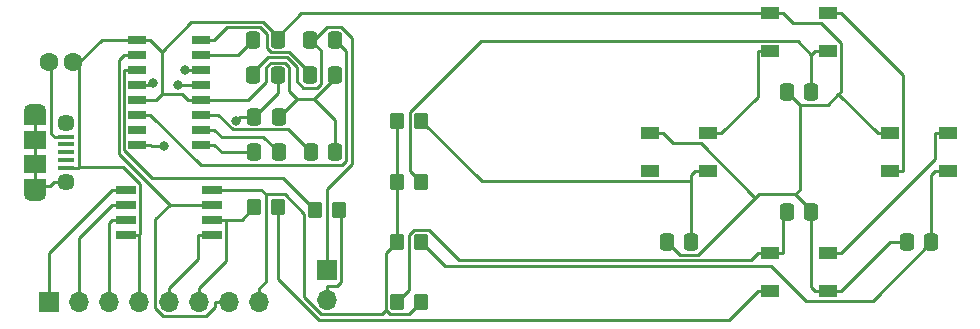
<source format=gbr>
%TF.GenerationSoftware,KiCad,Pcbnew,(6.0.7)*%
%TF.CreationDate,2022-09-13T21:36:05-06:00*%
%TF.ProjectId,attiny_rfid_light,61747469-6e79-45f7-9266-69645f6c6967,rev?*%
%TF.SameCoordinates,Original*%
%TF.FileFunction,Copper,L1,Top*%
%TF.FilePolarity,Positive*%
%FSLAX46Y46*%
G04 Gerber Fmt 4.6, Leading zero omitted, Abs format (unit mm)*
G04 Created by KiCad (PCBNEW (6.0.7)) date 2022-09-13 21:36:05*
%MOMM*%
%LPD*%
G01*
G04 APERTURE LIST*
G04 Aperture macros list*
%AMRoundRect*
0 Rectangle with rounded corners*
0 $1 Rounding radius*
0 $2 $3 $4 $5 $6 $7 $8 $9 X,Y pos of 4 corners*
0 Add a 4 corners polygon primitive as box body*
4,1,4,$2,$3,$4,$5,$6,$7,$8,$9,$2,$3,0*
0 Add four circle primitives for the rounded corners*
1,1,$1+$1,$2,$3*
1,1,$1+$1,$4,$5*
1,1,$1+$1,$6,$7*
1,1,$1+$1,$8,$9*
0 Add four rect primitives between the rounded corners*
20,1,$1+$1,$2,$3,$4,$5,0*
20,1,$1+$1,$4,$5,$6,$7,0*
20,1,$1+$1,$6,$7,$8,$9,0*
20,1,$1+$1,$8,$9,$2,$3,0*%
G04 Aperture macros list end*
%TA.AperFunction,SMDPad,CuDef*%
%ADD10R,1.700000X0.650000*%
%TD*%
%TA.AperFunction,SMDPad,CuDef*%
%ADD11RoundRect,0.250000X-0.350000X-0.450000X0.350000X-0.450000X0.350000X0.450000X-0.350000X0.450000X0*%
%TD*%
%TA.AperFunction,SMDPad,CuDef*%
%ADD12RoundRect,0.250000X0.350000X0.450000X-0.350000X0.450000X-0.350000X-0.450000X0.350000X-0.450000X0*%
%TD*%
%TA.AperFunction,ComponentPad*%
%ADD13R,1.700000X1.700000*%
%TD*%
%TA.AperFunction,ComponentPad*%
%ADD14O,1.700000X1.700000*%
%TD*%
%TA.AperFunction,SMDPad,CuDef*%
%ADD15R,1.350000X0.400000*%
%TD*%
%TA.AperFunction,SMDPad,CuDef*%
%ADD16R,1.900000X1.500000*%
%TD*%
%TA.AperFunction,SMDPad,CuDef*%
%ADD17R,1.900000X1.200000*%
%TD*%
%TA.AperFunction,ComponentPad*%
%ADD18O,1.900000X1.200000*%
%TD*%
%TA.AperFunction,ComponentPad*%
%ADD19C,1.450000*%
%TD*%
%TA.AperFunction,SMDPad,CuDef*%
%ADD20R,1.550000X0.650000*%
%TD*%
%TA.AperFunction,SMDPad,CuDef*%
%ADD21R,1.500000X1.000000*%
%TD*%
%TA.AperFunction,SMDPad,CuDef*%
%ADD22RoundRect,0.250000X-0.337500X-0.475000X0.337500X-0.475000X0.337500X0.475000X-0.337500X0.475000X0*%
%TD*%
%TA.AperFunction,ComponentPad*%
%ADD23C,1.600000*%
%TD*%
%TA.AperFunction,SMDPad,CuDef*%
%ADD24RoundRect,0.250000X0.337500X0.475000X-0.337500X0.475000X-0.337500X-0.475000X0.337500X-0.475000X0*%
%TD*%
%TA.AperFunction,ViaPad*%
%ADD25C,0.800000*%
%TD*%
%TA.AperFunction,Conductor*%
%ADD26C,0.250000*%
%TD*%
G04 APERTURE END LIST*
D10*
%TO.P,U1,1,~{RESET}/PB5*%
%TO.N,Net-(J_DEBUG1-Pad1)*%
X80170000Y-89535000D03*
%TO.P,U1,2,XTAL1/PB3*%
%TO.N,Net-(J_DEBUG1-Pad2)*%
X80170000Y-90805000D03*
%TO.P,U1,3,XTAL2/PB4*%
%TO.N,Net-(J_DEBUG1-Pad3)*%
X80170000Y-92075000D03*
%TO.P,U1,4,GND*%
%TO.N,GND*%
X80170000Y-93345000D03*
%TO.P,U1,5,AREF/PB0*%
%TO.N,Net-(J_DEBUG1-Pad5)*%
X87470000Y-93345000D03*
%TO.P,U1,6,PB1*%
%TO.N,Net-(R_1-Pad1)*%
X87470000Y-92075000D03*
%TO.P,U1,7,PB2*%
%TO.N,Net-(J_DEBUG1-Pad7)*%
X87470000Y-90805000D03*
%TO.P,U1,8,VCC*%
%TO.N,+5V*%
X87470000Y-89535000D03*
%TD*%
D11*
%TO.P,R_ANT1,2*%
%TO.N,Net-(R_ANT1-Pad2)*%
X98196500Y-91267400D03*
%TO.P,R_ANT1,1*%
%TO.N,Net-(R_ANT1-Pad1)*%
X96196500Y-91267400D03*
%TD*%
%TO.P,R_5,1*%
%TO.N,+5V*%
X103131600Y-83697900D03*
%TO.P,R_5,2*%
%TO.N,Net-(R_5-Pad2)*%
X105131600Y-83697900D03*
%TD*%
%TO.P,R_4,1*%
%TO.N,+5V*%
X103140000Y-88900000D03*
%TO.P,R_4,2*%
%TO.N,Net-(R_4-Pad2)*%
X105140000Y-88900000D03*
%TD*%
%TO.P,R_3,1*%
%TO.N,+5V*%
X103140000Y-93980000D03*
%TO.P,R_3,2*%
%TO.N,Net-(R_3-Pad2)*%
X105140000Y-93980000D03*
%TD*%
D12*
%TO.P,R_2,1*%
%TO.N,+5V*%
X105140000Y-99060000D03*
%TO.P,R_2,2*%
%TO.N,Net-(R_2-Pad2)*%
X103140000Y-99060000D03*
%TD*%
D11*
%TO.P,R_1,1*%
%TO.N,Net-(R_1-Pad1)*%
X91042200Y-90988900D03*
%TO.P,R_1,2*%
%TO.N,Net-(R_1-Pad2)*%
X93042200Y-90988900D03*
%TD*%
D13*
%TO.P,L_ANT1,1,1*%
%TO.N,Net-(C_DV1-Pad1)*%
X97196500Y-96347400D03*
D14*
%TO.P,L_ANT1,2,2*%
%TO.N,Net-(R_ANT1-Pad2)*%
X97196500Y-98887400D03*
%TD*%
D15*
%TO.P,J_POWER1,1,VBUS*%
%TO.N,+5V*%
X75122500Y-85060000D03*
%TO.P,J_POWER1,2,D-*%
%TO.N,unconnected-(J_POWER1-Pad2)*%
X75122500Y-85710000D03*
%TO.P,J_POWER1,3,D+*%
%TO.N,unconnected-(J_POWER1-Pad3)*%
X75122500Y-86360000D03*
%TO.P,J_POWER1,4,ID*%
%TO.N,unconnected-(J_POWER1-Pad4)*%
X75122500Y-87010000D03*
%TO.P,J_POWER1,5,GND*%
%TO.N,GND*%
X75122500Y-87660000D03*
D16*
%TO.P,J_POWER1,6,Shield*%
%TO.N,unconnected-(J_POWER1-Pad6)*%
X72422500Y-85360000D03*
D17*
X72422500Y-89260000D03*
D18*
X72422500Y-89860000D03*
D19*
X75122500Y-83860000D03*
D18*
X72422500Y-82860000D03*
D17*
X72422500Y-83460000D03*
D19*
X75122500Y-88860000D03*
D16*
X72422500Y-87360000D03*
%TD*%
D13*
%TO.P,J_DEBUG1,1,Pin_1*%
%TO.N,Net-(J_DEBUG1-Pad1)*%
X73660000Y-99060000D03*
D14*
%TO.P,J_DEBUG1,2,Pin_2*%
%TO.N,Net-(J_DEBUG1-Pad2)*%
X76200000Y-99060000D03*
%TO.P,J_DEBUG1,3,Pin_3*%
%TO.N,Net-(J_DEBUG1-Pad3)*%
X78740000Y-99060000D03*
%TO.P,J_DEBUG1,4,Pin_4*%
%TO.N,GND*%
X81280000Y-99060000D03*
%TO.P,J_DEBUG1,5,Pin_5*%
%TO.N,Net-(J_DEBUG1-Pad5)*%
X83820000Y-99060000D03*
%TO.P,J_DEBUG1,6,Pin_6*%
%TO.N,Net-(R_1-Pad1)*%
X86360000Y-99060000D03*
%TO.P,J_DEBUG1,7,Pin_7*%
%TO.N,Net-(J_DEBUG1-Pad7)*%
X88900000Y-99060000D03*
%TO.P,J_DEBUG1,8,Pin_8*%
%TO.N,+5V*%
X91440000Y-99060000D03*
%TD*%
D20*
%TO.P,IC1,1,VSS*%
%TO.N,GND*%
X81095000Y-76835000D03*
%TO.P,IC1,2,RDY/CLK*%
%TO.N,Net-(J_DEBUG1-Pad7)*%
X81095000Y-78105000D03*
%TO.P,IC1,3,ANT1*%
%TO.N,Net-(R_ANT1-Pad1)*%
X81095000Y-79375000D03*
%TO.P,IC1,4,DVDD*%
%TO.N,+5V*%
X81095000Y-80645000D03*
%TO.P,IC1,5,DVSS*%
%TO.N,GND*%
X81095000Y-81915000D03*
%TO.P,IC1,6,ANT2*%
%TO.N,Net-(C_RES1-Pad2)*%
X81095000Y-83185000D03*
%TO.P,IC1,7,VDD*%
%TO.N,unconnected-(IC1-Pad7)*%
X81095000Y-84455000D03*
%TO.P,IC1,8,DEMOD_IN*%
%TO.N,Net-(C_DV1-Pad2)*%
X81095000Y-85725000D03*
%TO.P,IC1,9,CDEC_OUT*%
%TO.N,Net-(C_DEC1-Pad1)*%
X86545000Y-85725000D03*
%TO.P,IC1,10,CDEC_IN*%
%TO.N,Net-(C_DEC1-Pad2)*%
X86545000Y-84455000D03*
%TO.P,IC1,11,AGND*%
%TO.N,Net-(C_AGND1-Pad1)*%
X86545000Y-83185000D03*
%TO.P,IC1,12,MOD*%
%TO.N,GND*%
X86545000Y-81915000D03*
%TO.P,IC1,13,DEMOD_OUT*%
%TO.N,Net-(J_DEBUG1-Pad2)*%
X86545000Y-80645000D03*
%TO.P,IC1,14,SHD*%
%TO.N,Net-(J_DEBUG1-Pad3)*%
X86545000Y-79375000D03*
%TO.P,IC1,15,FCAP*%
%TO.N,Net-(C_FCAP1-Pad1)*%
X86545000Y-78105000D03*
%TO.P,IC1,16,DC2*%
%TO.N,Net-(C_DC2-Pad1)*%
X86545000Y-76835000D03*
%TD*%
D21*
%TO.P,D4,1,VDD*%
%TO.N,GND*%
X124550000Y-84760000D03*
%TO.P,D4,2,DOUT*%
%TO.N,unconnected-(D4-Pad2)*%
X124550000Y-87960000D03*
%TO.P,D4,3,VSS*%
%TO.N,Net-(R_5-Pad2)*%
X129450000Y-87960000D03*
%TO.P,D4,4,DIN*%
%TO.N,Net-(D3-Pad2)*%
X129450000Y-84760000D03*
%TD*%
%TO.P,D3,1,VDD*%
%TO.N,GND*%
X134710000Y-74600000D03*
%TO.P,D3,2,DOUT*%
%TO.N,Net-(D3-Pad2)*%
X134710000Y-77800000D03*
%TO.P,D3,3,VSS*%
%TO.N,Net-(R_4-Pad2)*%
X139610000Y-77800000D03*
%TO.P,D3,4,DIN*%
%TO.N,Net-(D2-Pad2)*%
X139610000Y-74600000D03*
%TD*%
%TO.P,D2,1,VDD*%
%TO.N,GND*%
X144870000Y-84760000D03*
%TO.P,D2,2,DOUT*%
%TO.N,Net-(D2-Pad2)*%
X144870000Y-87960000D03*
%TO.P,D2,3,VSS*%
%TO.N,Net-(R_3-Pad2)*%
X149770000Y-87960000D03*
%TO.P,D2,4,DIN*%
%TO.N,Net-(D1-Pad2)*%
X149770000Y-84760000D03*
%TD*%
%TO.P,D1,1,VDD*%
%TO.N,GND*%
X139610000Y-98120000D03*
%TO.P,D1,2,DOUT*%
%TO.N,Net-(D1-Pad2)*%
X139610000Y-94920000D03*
%TO.P,D1,3,VSS*%
%TO.N,Net-(R_2-Pad2)*%
X134710000Y-94920000D03*
%TO.P,D1,4,DIN*%
%TO.N,Net-(R_1-Pad2)*%
X134710000Y-98120000D03*
%TD*%
D22*
%TO.P,C_RES1,2*%
%TO.N,Net-(C_RES1-Pad2)*%
X97826900Y-76832200D03*
%TO.P,C_RES1,1*%
%TO.N,Net-(C_DV1-Pad1)*%
X95751900Y-76832200D03*
%TD*%
%TO.P,C_FCAP1,2*%
%TO.N,GND*%
X93016900Y-76832200D03*
%TO.P,C_FCAP1,1*%
%TO.N,Net-(C_FCAP1-Pad1)*%
X90941900Y-76832200D03*
%TD*%
%TO.P,C_DV2,1*%
%TO.N,Net-(C_DV1-Pad2)*%
X91012500Y-83350000D03*
%TO.P,C_DV2,2*%
%TO.N,GND*%
X93087500Y-83350000D03*
%TD*%
%TO.P,C_DV1,2*%
%TO.N,Net-(C_DV1-Pad2)*%
X93016900Y-79842200D03*
%TO.P,C_DV1,1*%
%TO.N,Net-(C_DV1-Pad1)*%
X90941900Y-79842200D03*
%TD*%
%TO.P,C_DEC1,1*%
%TO.N,Net-(C_DEC1-Pad1)*%
X91012500Y-86360000D03*
%TO.P,C_DEC1,2*%
%TO.N,Net-(C_DEC1-Pad2)*%
X93087500Y-86360000D03*
%TD*%
%TO.P,C_DC2,1*%
%TO.N,Net-(C_DC2-Pad1)*%
X95750500Y-79838900D03*
%TO.P,C_DC2,2*%
%TO.N,GND*%
X97825500Y-79838900D03*
%TD*%
D23*
%TO.P,C_Big1,1*%
%TO.N,+5V*%
X73660000Y-78740000D03*
%TO.P,C_Big1,2*%
%TO.N,GND*%
X75660000Y-78740000D03*
%TD*%
D22*
%TO.P,C_AGND1,1*%
%TO.N,Net-(C_AGND1-Pad1)*%
X95822500Y-86360000D03*
%TO.P,C_AGND1,2*%
%TO.N,GND*%
X97897500Y-86360000D03*
%TD*%
%TO.P,C4,1*%
%TO.N,GND*%
X125962500Y-93980000D03*
%TO.P,C4,2*%
%TO.N,Net-(R_5-Pad2)*%
X128037500Y-93980000D03*
%TD*%
%TO.P,C3,1*%
%TO.N,GND*%
X136122500Y-81280000D03*
%TO.P,C3,2*%
%TO.N,Net-(R_4-Pad2)*%
X138197500Y-81280000D03*
%TD*%
%TO.P,C2,1*%
%TO.N,GND*%
X146282500Y-93980000D03*
%TO.P,C2,2*%
%TO.N,Net-(R_3-Pad2)*%
X148357500Y-93980000D03*
%TD*%
D24*
%TO.P,C1,1*%
%TO.N,GND*%
X138197500Y-91440000D03*
%TO.P,C1,2*%
%TO.N,Net-(R_2-Pad2)*%
X136122500Y-91440000D03*
%TD*%
D25*
%TO.N,Net-(J_DEBUG1-Pad3)*%
X85147100Y-79375000D03*
%TO.N,Net-(J_DEBUG1-Pad2)*%
X84573900Y-80667900D03*
%TO.N,Net-(C_DV1-Pad2)*%
X89464000Y-83683100D03*
X83372800Y-85854300D03*
%TO.N,+5V*%
X82471600Y-80525000D03*
%TD*%
D26*
%TO.N,Net-(R_ANT1-Pad1)*%
X93463200Y-88534100D02*
X96196500Y-91267400D01*
X82327000Y-88534100D02*
X93463200Y-88534100D01*
X79994700Y-86201800D02*
X82327000Y-88534100D01*
X79994700Y-79375000D02*
X79994700Y-86201800D01*
X81095000Y-79375000D02*
X79994700Y-79375000D01*
%TO.N,Net-(R_ANT1-Pad2)*%
X98371900Y-91442800D02*
X98196500Y-91267400D01*
X98371900Y-97344700D02*
X98371900Y-91442800D01*
X98004500Y-97712100D02*
X98371900Y-97344700D01*
X97196500Y-97712100D02*
X98004500Y-97712100D01*
X97196500Y-98887400D02*
X97196500Y-97712100D01*
%TO.N,unconnected-(J_POWER1-Pad6)*%
X72422500Y-89860000D02*
X72422500Y-89260000D01*
X74097800Y-88860000D02*
X73697800Y-89260000D01*
X75122500Y-88860000D02*
X74097800Y-88860000D01*
X72422500Y-87360000D02*
X72422500Y-85360000D01*
X72422500Y-89260000D02*
X73060200Y-89260000D01*
X73060200Y-89260000D02*
X73697800Y-89260000D01*
X72422500Y-88622300D02*
X72422500Y-87360000D01*
X73060200Y-89260000D02*
X72422500Y-88622300D01*
X72422500Y-85360000D02*
X72422500Y-83460000D01*
X72422500Y-83460000D02*
X72422500Y-82860000D01*
%TO.N,Net-(R_1-Pad1)*%
X88645300Y-95599400D02*
X88645300Y-92075000D01*
X86360000Y-97884700D02*
X88645300Y-95599400D01*
X86360000Y-99060000D02*
X86360000Y-97884700D01*
X87470000Y-92075000D02*
X88645300Y-92075000D01*
X89956100Y-92075000D02*
X88645300Y-92075000D01*
X91042200Y-90988900D02*
X89956100Y-92075000D01*
%TO.N,Net-(J_DEBUG1-Pad5)*%
X86294700Y-95410000D02*
X86294700Y-93345000D01*
X83820000Y-97884700D02*
X86294700Y-95410000D01*
X83820000Y-99060000D02*
X83820000Y-97884700D01*
X87470000Y-93345000D02*
X86294700Y-93345000D01*
%TO.N,Net-(J_DEBUG1-Pad1)*%
X73660000Y-94869700D02*
X78994700Y-89535000D01*
X73660000Y-99060000D02*
X73660000Y-94869700D01*
X80170000Y-89535000D02*
X78994700Y-89535000D01*
%TO.N,Net-(J_DEBUG1-Pad3)*%
X78740000Y-92329700D02*
X78994700Y-92075000D01*
X78740000Y-99060000D02*
X78740000Y-92329700D01*
X80170000Y-92075000D02*
X78994700Y-92075000D01*
X86545000Y-79375000D02*
X85444700Y-79375000D01*
X85444700Y-79375000D02*
X85147100Y-79375000D01*
%TO.N,Net-(J_DEBUG1-Pad2)*%
X86545000Y-80645000D02*
X85444700Y-80645000D01*
X85421800Y-80667900D02*
X84573900Y-80667900D01*
X85444700Y-80645000D02*
X85421800Y-80667900D01*
X80170000Y-90805000D02*
X78994700Y-90805000D01*
X76200000Y-93599700D02*
X78994700Y-90805000D01*
X76200000Y-99060000D02*
X76200000Y-93599700D01*
%TO.N,Net-(J_DEBUG1-Pad7)*%
X88900000Y-99060000D02*
X87724700Y-99060000D01*
X82644600Y-92013700D02*
X83853300Y-90805000D01*
X82644600Y-99583700D02*
X82644600Y-92013700D01*
X83296200Y-100235300D02*
X82644600Y-99583700D01*
X86916800Y-100235300D02*
X83296200Y-100235300D01*
X87724700Y-99427400D02*
X86916800Y-100235300D01*
X87724700Y-99060000D02*
X87724700Y-99427400D01*
X83853300Y-90805000D02*
X87470000Y-90805000D01*
X81095000Y-78105000D02*
X79994700Y-78105000D01*
X79544400Y-86496100D02*
X83853300Y-90805000D01*
X79544400Y-78555300D02*
X79544400Y-86496100D01*
X79994700Y-78105000D02*
X79544400Y-78555300D01*
%TO.N,Net-(D3-Pad2)*%
X133634700Y-81650600D02*
X130525300Y-84760000D01*
X133634700Y-77800000D02*
X133634700Y-81650600D01*
X134710000Y-77800000D02*
X133634700Y-77800000D01*
X129450000Y-84760000D02*
X130525300Y-84760000D01*
%TO.N,Net-(D2-Pad2)*%
X145945300Y-79860000D02*
X140685300Y-74600000D01*
X145945300Y-87960000D02*
X145945300Y-79860000D01*
X144870000Y-87960000D02*
X145945300Y-87960000D01*
X139610000Y-74600000D02*
X140685300Y-74600000D01*
%TO.N,Net-(R_1-Pad2)*%
X134710000Y-98120000D02*
X133634700Y-98120000D01*
X131213100Y-100541600D02*
X133634700Y-98120000D01*
X96504600Y-100541600D02*
X131213100Y-100541600D01*
X93042200Y-97079200D02*
X96504600Y-100541600D01*
X93042200Y-90988900D02*
X93042200Y-97079200D01*
%TO.N,Net-(D1-Pad2)*%
X148694700Y-86910600D02*
X140685300Y-94920000D01*
X148694700Y-84760000D02*
X148694700Y-86910600D01*
X149770000Y-84760000D02*
X148694700Y-84760000D01*
X139610000Y-94920000D02*
X140685300Y-94920000D01*
%TO.N,Net-(C_RES1-Pad2)*%
X81095000Y-83185000D02*
X82195300Y-83185000D01*
X86482600Y-87472300D02*
X82195300Y-83185000D01*
X98427300Y-87472300D02*
X86482600Y-87472300D01*
X98826000Y-87073600D02*
X98427300Y-87472300D01*
X98826000Y-77831300D02*
X98826000Y-87073600D01*
X97826900Y-76832200D02*
X98826000Y-77831300D01*
%TO.N,Net-(C_FCAP1-Pad1)*%
X89669100Y-78105000D02*
X86545000Y-78105000D01*
X90941900Y-76832200D02*
X89669100Y-78105000D01*
%TO.N,Net-(C_DV1-Pad2)*%
X81095000Y-85725000D02*
X82195300Y-85725000D01*
X93016900Y-81345600D02*
X91012500Y-83350000D01*
X93016900Y-79842200D02*
X93016900Y-81345600D01*
X89797100Y-83350000D02*
X89464000Y-83683100D01*
X91012500Y-83350000D02*
X89797100Y-83350000D01*
X82324600Y-85854300D02*
X83372800Y-85854300D01*
X82195300Y-85725000D02*
X82324600Y-85854300D01*
%TO.N,Net-(C_DV1-Pad1)*%
X95943400Y-77023700D02*
X95751900Y-76832200D01*
X97196500Y-89461100D02*
X97196500Y-96347400D01*
X99291000Y-87366600D02*
X97196500Y-89461100D01*
X99291000Y-76661100D02*
X99291000Y-87366600D01*
X98398000Y-75768100D02*
X99291000Y-76661100D01*
X97199000Y-75768100D02*
X98398000Y-75768100D01*
X95943400Y-77023700D02*
X97199000Y-75768100D01*
X90941900Y-79603400D02*
X90941900Y-79842200D01*
X92209400Y-78335900D02*
X90941900Y-79603400D01*
X93786000Y-78335900D02*
X92209400Y-78335900D01*
X94625300Y-79175200D02*
X93786000Y-78335900D01*
X94625300Y-80358400D02*
X94625300Y-79175200D01*
X95189300Y-80922400D02*
X94625300Y-80358400D01*
X96308300Y-80922400D02*
X95189300Y-80922400D01*
X96668100Y-80562600D02*
X96308300Y-80922400D01*
X96668100Y-77748400D02*
X96668100Y-80562600D01*
X95943400Y-77023700D02*
X96668100Y-77748400D01*
%TO.N,Net-(C_DEC1-Pad2)*%
X88264900Y-85074600D02*
X87645300Y-84455000D01*
X91802100Y-85074600D02*
X88264900Y-85074600D01*
X93087500Y-86360000D02*
X91802100Y-85074600D01*
X86545000Y-84455000D02*
X87645300Y-84455000D01*
%TO.N,Net-(C_DEC1-Pad1)*%
X88280300Y-86360000D02*
X87645300Y-85725000D01*
X91012500Y-86360000D02*
X88280300Y-86360000D01*
X86545000Y-85725000D02*
X87645300Y-85725000D01*
%TO.N,Net-(C_DC2-Pad1)*%
X86545000Y-76835000D02*
X87645300Y-76835000D01*
X88704300Y-75776000D02*
X87645300Y-76835000D01*
X91542900Y-75776000D02*
X88704300Y-75776000D01*
X92103000Y-76336100D02*
X91542900Y-75776000D01*
X92103000Y-77545700D02*
X92103000Y-76336100D01*
X92440900Y-77883600D02*
X92103000Y-77545700D01*
X93970600Y-77883600D02*
X92440900Y-77883600D01*
X95750500Y-79663500D02*
X93970600Y-77883600D01*
X95750500Y-79838900D02*
X95750500Y-79663500D01*
%TO.N,+5V*%
X75122500Y-85060000D02*
X74122200Y-85060000D01*
X103140000Y-83706300D02*
X103140000Y-88900000D01*
X103131600Y-83697900D02*
X103140000Y-83706300D01*
X73841800Y-84779600D02*
X74122200Y-85060000D01*
X73841800Y-78921800D02*
X73841800Y-84779600D01*
X73660000Y-78740000D02*
X73841800Y-78921800D01*
X81095000Y-80645000D02*
X82195300Y-80645000D01*
X82351600Y-80645000D02*
X82471600Y-80525000D01*
X82195300Y-80645000D02*
X82351600Y-80645000D01*
X91440000Y-99060000D02*
X91440000Y-97884700D01*
X103140000Y-88900000D02*
X103140000Y-93980000D01*
X102204300Y-94915700D02*
X102204300Y-99763700D01*
X103140000Y-93980000D02*
X102204300Y-94915700D01*
X104110500Y-100089500D02*
X105140000Y-99060000D01*
X102530100Y-100089500D02*
X104110500Y-100089500D01*
X102204300Y-99763700D02*
X102530100Y-100089500D01*
X101878600Y-100089400D02*
X102204300Y-99763700D01*
X96689400Y-100089400D02*
X101878600Y-100089400D01*
X95254700Y-98654700D02*
X96689400Y-100089400D01*
X95254700Y-91560600D02*
X95254700Y-98654700D01*
X93608600Y-89914500D02*
X95254700Y-91560600D01*
X91990600Y-89914500D02*
X93608600Y-89914500D01*
X91990600Y-97334100D02*
X91990600Y-89914500D01*
X91440000Y-97884700D02*
X91990600Y-97334100D01*
X91611100Y-89535000D02*
X91990600Y-89914500D01*
X87470000Y-89535000D02*
X91611100Y-89535000D01*
%TO.N,Net-(C_AGND1-Pad1)*%
X93892500Y-84430000D02*
X95822500Y-86360000D01*
X89185200Y-84430000D02*
X93892500Y-84430000D01*
X87940200Y-83185000D02*
X89185200Y-84430000D01*
X86545000Y-83185000D02*
X87940200Y-83185000D01*
%TO.N,Net-(R_5-Pad2)*%
X129450000Y-87960000D02*
X128374700Y-87960000D01*
X110265500Y-88831800D02*
X105131600Y-83697900D01*
X128037500Y-88831800D02*
X110265500Y-88831800D01*
X128037500Y-93980000D02*
X128037500Y-88831800D01*
X128037500Y-88297200D02*
X128374700Y-87960000D01*
X128037500Y-88831800D02*
X128037500Y-88297200D01*
%TO.N,Net-(R_4-Pad2)*%
X139610000Y-77800000D02*
X138534700Y-77800000D01*
X104194600Y-87954600D02*
X105140000Y-88900000D01*
X104194600Y-82999500D02*
X104194600Y-87954600D01*
X110219500Y-76974600D02*
X104194600Y-82999500D01*
X137034900Y-76974600D02*
X110219500Y-76974600D01*
X138197500Y-78137200D02*
X137034900Y-76974600D01*
X138197500Y-81280000D02*
X138197500Y-78137200D01*
X138197500Y-78137200D02*
X138534700Y-77800000D01*
%TO.N,Net-(R_3-Pad2)*%
X149770000Y-87960000D02*
X148694700Y-87960000D01*
X148357500Y-88297200D02*
X148357500Y-93980000D01*
X148694700Y-87960000D02*
X148357500Y-88297200D01*
X107144400Y-95984400D02*
X105140000Y-93980000D01*
X134786100Y-95984400D02*
X107144400Y-95984400D01*
X137747100Y-98945400D02*
X134786100Y-95984400D01*
X143392100Y-98945400D02*
X137747100Y-98945400D01*
X148357500Y-93980000D02*
X143392100Y-98945400D01*
%TO.N,Net-(R_2-Pad2)*%
X104140000Y-98060000D02*
X103140000Y-99060000D01*
X104140000Y-93349100D02*
X104140000Y-98060000D01*
X104567100Y-92922000D02*
X104140000Y-93349100D01*
X105809500Y-92922000D02*
X104567100Y-92922000D01*
X108387500Y-95500000D02*
X105809500Y-92922000D01*
X133054700Y-95500000D02*
X108387500Y-95500000D01*
X133634700Y-94920000D02*
X133054700Y-95500000D01*
X134710000Y-94920000D02*
X133634700Y-94920000D01*
X135785300Y-91777200D02*
X135785300Y-94920000D01*
X136122500Y-91440000D02*
X135785300Y-91777200D01*
X134710000Y-94920000D02*
X135785300Y-94920000D01*
%TO.N,GND*%
X81280000Y-99060000D02*
X81280000Y-97884700D01*
X80170000Y-93345000D02*
X81232700Y-93345000D01*
X124550000Y-84760000D02*
X125625300Y-84760000D01*
X144870000Y-84760000D02*
X143794700Y-84760000D01*
X126450600Y-85585300D02*
X125625300Y-84760000D01*
X128810800Y-85585300D02*
X126450600Y-85585300D01*
X133445700Y-90220100D02*
X128810800Y-85585300D01*
X133445700Y-90220200D02*
X133445700Y-90220100D01*
X133782600Y-89883300D02*
X133445700Y-90220200D01*
X136845500Y-89883300D02*
X133782600Y-89883300D01*
X137199000Y-89529800D02*
X136845500Y-89883300D01*
X137199000Y-82356500D02*
X137199000Y-89529800D01*
X137199000Y-82356500D02*
X136122500Y-81280000D01*
X128616200Y-95049600D02*
X133445700Y-90220100D01*
X127032100Y-95049600D02*
X128616200Y-95049600D01*
X125962500Y-93980000D02*
X127032100Y-95049600D01*
X81095000Y-76835000D02*
X82195300Y-76835000D01*
X82195300Y-76835000D02*
X83196900Y-77836600D01*
X93016900Y-76832200D02*
X93016900Y-76593400D01*
X85707800Y-75325700D02*
X83196900Y-77836600D01*
X91749200Y-75325700D02*
X85707800Y-75325700D01*
X93016900Y-76593400D02*
X91749200Y-75325700D01*
X94616900Y-81820600D02*
X93087500Y-83350000D01*
X93949900Y-81153600D02*
X94616900Y-81820600D01*
X93949900Y-79136700D02*
X93949900Y-81153600D01*
X93599400Y-78786200D02*
X93949900Y-79136700D01*
X92398200Y-78786200D02*
X93599400Y-78786200D01*
X91997900Y-79186500D02*
X92398200Y-78786200D01*
X91997900Y-80445400D02*
X91997900Y-79186500D01*
X90528300Y-81915000D02*
X91997900Y-80445400D01*
X86545000Y-81915000D02*
X90528300Y-81915000D01*
X97897500Y-83654800D02*
X96063300Y-81820600D01*
X97897500Y-86360000D02*
X97897500Y-83654800D01*
X94616900Y-81820600D02*
X96063300Y-81820600D01*
X97825500Y-80058400D02*
X97825500Y-79838900D01*
X96063300Y-81820600D02*
X97825500Y-80058400D01*
X95010300Y-74600000D02*
X134710000Y-74600000D01*
X93016900Y-76593400D02*
X95010300Y-74600000D01*
X140685400Y-81230300D02*
X140475200Y-81440500D01*
X140685400Y-77098600D02*
X140685400Y-81230300D01*
X139012100Y-75425300D02*
X140685400Y-77098600D01*
X136610600Y-75425300D02*
X139012100Y-75425300D01*
X135785300Y-74600000D02*
X136610600Y-75425300D01*
X143794700Y-84760000D02*
X140475200Y-81440500D01*
X139559200Y-82356500D02*
X137199000Y-82356500D01*
X140475200Y-81440500D02*
X139559200Y-82356500D01*
X134710000Y-74600000D02*
X135785300Y-74600000D01*
X138197500Y-91235300D02*
X138197500Y-91440000D01*
X136845500Y-89883300D02*
X138197500Y-91235300D01*
X138197500Y-97782800D02*
X138534700Y-98120000D01*
X138197500Y-91440000D02*
X138197500Y-97782800D01*
X139610000Y-98120000D02*
X138534700Y-98120000D01*
X144825300Y-93980000D02*
X140685300Y-98120000D01*
X146282500Y-93980000D02*
X144825300Y-93980000D01*
X139610000Y-98120000D02*
X140685300Y-98120000D01*
X75122500Y-87660000D02*
X76122800Y-87660000D01*
X78107000Y-76835000D02*
X76202000Y-78740000D01*
X81095000Y-76835000D02*
X78107000Y-76835000D01*
X76202000Y-78740000D02*
X75660000Y-78740000D01*
X76202000Y-78740000D02*
X76202000Y-87580800D01*
X76202000Y-87580800D02*
X76122800Y-87660000D01*
X79868300Y-87580800D02*
X76202000Y-87580800D01*
X81345400Y-89057900D02*
X79868300Y-87580800D01*
X81345400Y-93279600D02*
X81345400Y-89057900D01*
X81280000Y-93345000D02*
X81345400Y-93279600D01*
X81232700Y-93345000D02*
X81280000Y-93345000D01*
X81280000Y-93345000D02*
X81280000Y-97884700D01*
X81095000Y-81915000D02*
X82195300Y-81915000D01*
X83196900Y-77836600D02*
X83196900Y-81400100D01*
X82682000Y-81915000D02*
X82195300Y-81915000D01*
X83196900Y-81400100D02*
X82682000Y-81915000D01*
X84929800Y-81400100D02*
X85444700Y-81915000D01*
X83196900Y-81400100D02*
X84929800Y-81400100D01*
X86545000Y-81915000D02*
X85444700Y-81915000D01*
%TD*%
M02*

</source>
